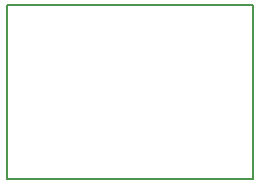
<source format=gbr>
G04 #@! TF.FileFunction,Profile,NP*
%FSLAX46Y46*%
G04 Gerber Fmt 4.6, Leading zero omitted, Abs format (unit mm)*
G04 Created by KiCad (PCBNEW 4.0.2+dfsg1-stable) date mån 15 okt 2018 20:08:20*
%MOMM*%
G01*
G04 APERTURE LIST*
%ADD10C,0.100000*%
%ADD11C,0.150000*%
G04 APERTURE END LIST*
D10*
D11*
X20828000Y0D02*
X0Y0D01*
X20828000Y14732000D02*
X20828000Y0D01*
X0Y14732000D02*
X20828000Y14732000D01*
X0Y0D02*
X0Y14732000D01*
M02*

</source>
